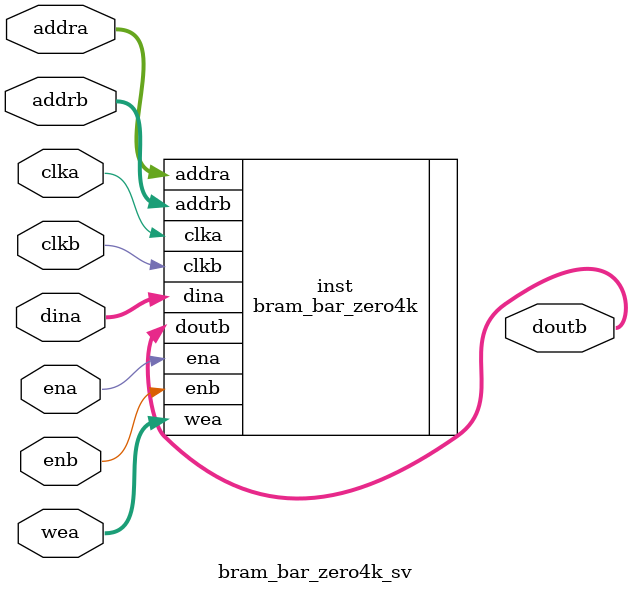
<source format=sv>


`timescale 1ps / 1ps

`include "vivado_interfaces.svh"

module bram_bar_zero4k_sv (
  (* X_INTERFACE_IGNORE = "true" *)
  input wire clka,
  (* X_INTERFACE_IGNORE = "true" *)
  input wire ena,
  (* X_INTERFACE_IGNORE = "true" *)
  input wire [3:0] wea,
  (* X_INTERFACE_IGNORE = "true" *)
  input wire [9:0] addra,
  (* X_INTERFACE_IGNORE = "true" *)
  input wire [31:0] dina,
  (* X_INTERFACE_IGNORE = "true" *)
  input wire clkb,
  (* X_INTERFACE_IGNORE = "true" *)
  input wire enb,
  (* X_INTERFACE_IGNORE = "true" *)
  input wire [9:0] addrb,
  (* X_INTERFACE_IGNORE = "true" *)
  output wire [31:0] doutb
);

  bram_bar_zero4k inst (
    .clka(clka),
    .ena(ena),
    .wea(wea),
    .addra(addra),
    .dina(dina),
    .clkb(clkb),
    .enb(enb),
    .addrb(addrb),
    .doutb(doutb)
  );

endmodule

</source>
